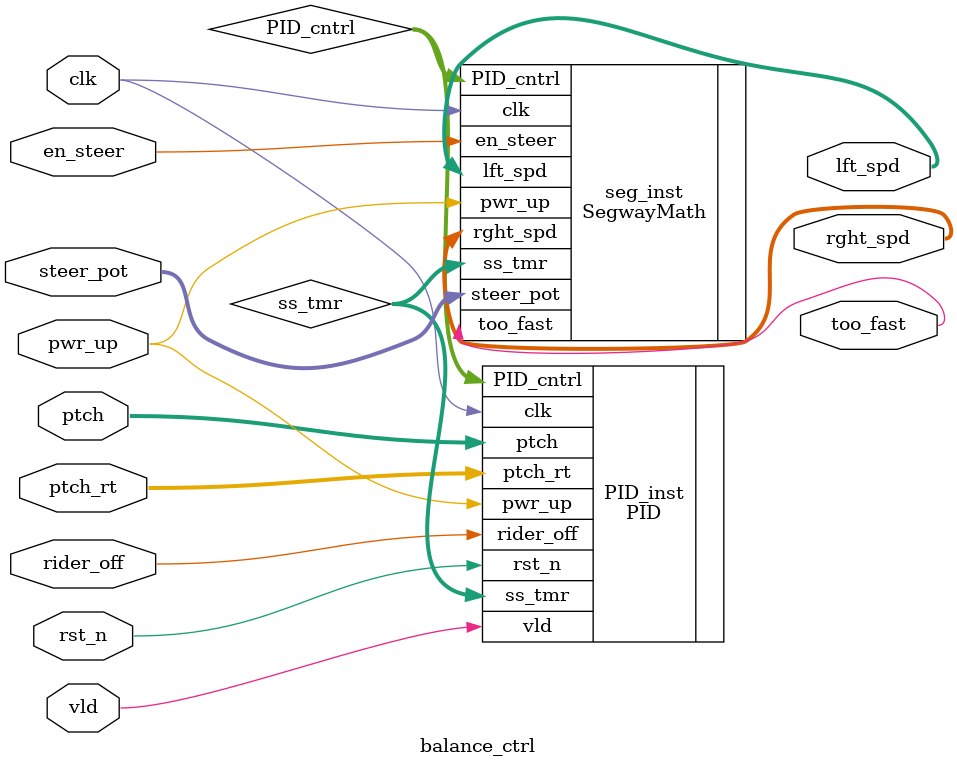
<source format=sv>
module balance_ctrl #(
		parameter fast_sim = 1
	)
	(
	input 			clk,    	// 50m Clock
	input 			rst_n,  	// Asynchronous reset active low
	input 			vld, 		// High whenever new inertial sensor reading (ptch) is read
	input[15:0] 	ptch,   	// Pitch of Segway from inertial_intf
	input[15:0] 	ptch_rt,	// pitch rate (degrees/sec). Used for D_term of PID
	input			rider_off,  // Asserted when no rider detected. Zeros out integrator
	input[11:0]		steer_pot,  // From A2D_intf (converted from steering potentiometer)
	input			en_steer,   // enables steering control
	input			pwr_up,

	output[11:0] 	lft_spd,    // 12-bit signed speed of left motor
	output[11:0] 	rght_spd,   // 12-bit signed speed of rght motor
	output			too_fast    // Rider approaching point of minimal control margin
);

	wire[11:0] PID_cntrl;
	wire[7:0] ss_tmr;


	PID #(.fast_sim(fast_sim))PID_inst
		(.clk(clk),.rst_n(rst_n),.vld(vld),.ptch(ptch),.ptch_rt(ptch_rt),
		 .pwr_up(pwr_up),.rider_off(rider_off),.PID_cntrl(PID_cntrl),
		 .ss_tmr(ss_tmr));

	SegwayMath seg_inst(
		.clk		(clk),
		.PID_cntrl	(PID_cntrl),
		.ss_tmr		(ss_tmr),
		.steer_pot	(steer_pot),
		.en_steer	(en_steer),
		.pwr_up		(pwr_up),
		.lft_spd	(lft_spd),
		.rght_spd	(rght_spd),
		.too_fast	(too_fast)
	);
endmodule : balance_ctrl
</source>
